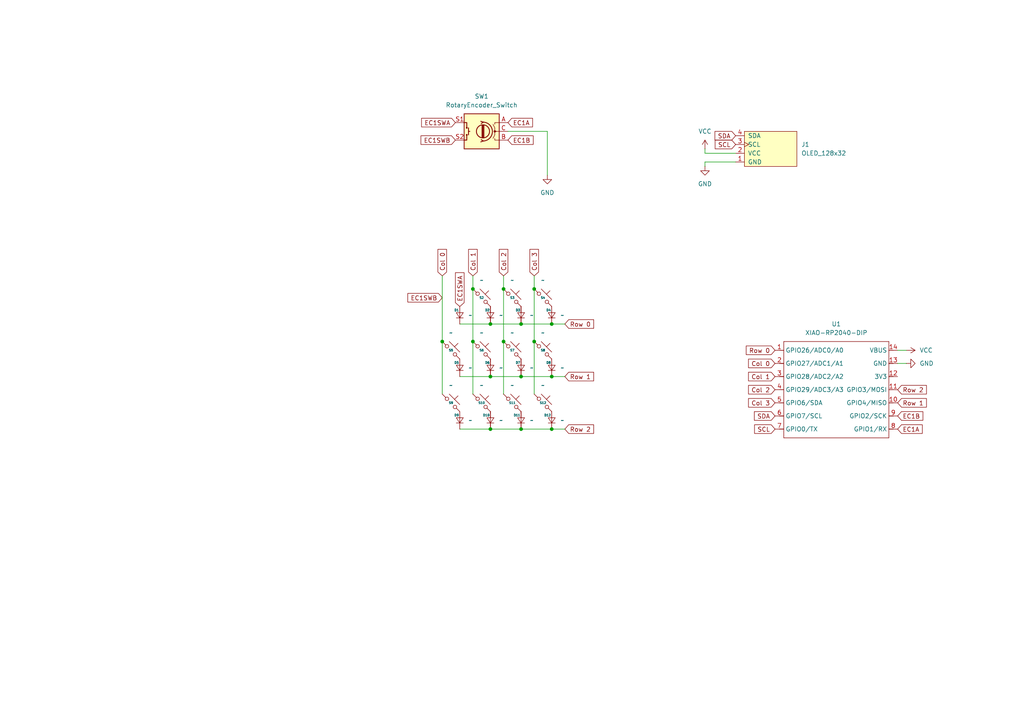
<source format=kicad_sch>
(kicad_sch (version 20250114) (generator "eeschema") (generator_version "9.0")
  (paper "A4")
  (lib_symbols
    (symbol "Device:RotaryEncoder_Switch" (pin_names (offset 0.254) (hide yes))
      (property "Reference" "SW" (at 0 6.604 0))
      (property "Value" "RotaryEncoder_Switch" (at 0 -6.604 0))
      (symbol "RotaryEncoder_Switch_0_1"
        (rectangle (start -5.08 5.08) (end 5.08 -5.08) (stroke (width 0.254)) (fill (type background)))
        (polyline (pts (xy -5.08 2.54) (xy -3.81 2.54) (xy -3.81 2.032)))
        (polyline (pts (xy -5.08 0) (xy -3.81 0) (xy -3.81 -1.016) (xy -3.302 -2.032)))
        (polyline (pts (xy -5.08 -2.54) (xy -3.81 -2.54) (xy -3.81 -2.032)))
        (polyline (pts (xy -4.318 0) (xy -3.81 0) (xy -3.81 1.016) (xy -3.302 2.032)))
        (circle (center -3.81 0) (radius 0.254) (fill (type outline)))
        (polyline (pts (xy -0.635 -1.778) (xy -0.635 1.778)) (stroke (width 0.254)))
        (circle (center -0.381 0) (radius 1.905) (stroke (width 0.254)))
        (polyline (pts (xy -0.381 -1.778) (xy -0.381 1.778)) (stroke (width 0.254)))
        (arc (start -0.381 -2.794) (mid -3.0988 -0.0635) (end -0.381 2.667) (stroke (width 0.254)))
        (polyline (pts (xy -0.127 1.778) (xy -0.127 -1.778)) (stroke (width 0.254)))
        (polyline (pts (xy 0.254 2.921) (xy -0.508 2.667) (xy 0.127 2.286)) (stroke (width 0.254)))
        (polyline (pts (xy 0.254 -3.048) (xy -0.508 -2.794) (xy 0.127 -2.413)) (stroke (width 0.254)))
        (polyline (pts (xy 3.81 1.016) (xy 3.81 -1.016)) (stroke (width 0.254)))
        (polyline (pts (xy 3.81 0) (xy 3.429 0)) (stroke (width 0.254)))
        (circle (center 4.318 1.016) (radius 0.127) (stroke (width 0.254)))
        (circle (center 4.318 -1.016) (radius 0.127) (stroke (width 0.254)))
        (polyline (pts (xy 5.08 2.54) (xy 4.318 2.54) (xy 4.318 1.016)) (stroke (width 0.254)))
        (polyline (pts (xy 5.08 -2.54) (xy 4.318 -2.54) (xy 4.318 -1.016)) (stroke (width 0.254)))
      )
      (symbol "RotaryEncoder_Switch_1_1"
        (pin passive line (at -7.62 2.54 0) (length 2.54) (name "A") (number "A"))
        (pin passive line (at -7.62 0 0) (length 2.54) (name "C") (number "C"))
        (pin passive line (at -7.62 -2.54 0) (length 2.54) (name "B") (number "B"))
        (pin passive line (at 7.62 2.54 180) (length 2.54) (name "S1") (number "S1"))
        (pin passive line (at 7.62 -2.54 180) (length 2.54) (name "S2") (number "S2"))
      )
    )
    (symbol "ScottoKeebs:OLED_128x32" (pin_names (offset 1.016))
      (property "Reference" "J" (at 0 -6.35 0))
      (property "Value" "OLED_128x32" (at 0 6.35 0))
      (symbol "OLED_128x32_0_1"
        (rectangle (start 0 5.08) (end 15.24 -5.08) (fill (type background)))
      )
      (symbol "OLED_128x32_1_1"
        (pin bidirectional line (at -2.54 3.81 0) (length 2.54) (name "SDA") (number "4"))
        (pin input clock (at -2.54 1.27 0) (length 2.54) (name "SCL") (number "3"))
        (pin power_in line (at -2.54 -1.27 0) (length 2.54) (name "VCC") (number "2"))
        (pin power_in line (at -2.54 -3.81 0) (length 2.54) (name "GND") (number "1"))
      )
    )
    (symbol "ScottoKeebs:Placeholder_Diode" (pin_numbers (hide yes)) (pin_names (hide yes))
      (property "Reference" "D" (at -0.15 1.066 0))
      (symbol "Placeholder_Diode_0_1"
        (polyline (pts (xy 0 -0.762) (xy 0 0.762)))
      )
      (symbol "Placeholder_Diode_1_1"
        (polyline (pts (xy 1.016 0.762) (xy 0 -0.762) (xy -1.016 0.762) (xy 1.016 0.762)) (stroke (width 0.1524)))
        (polyline (pts (xy 1.016 -0.762) (xy -1.016 -0.762)) (stroke (width 0.1524)))
        (pin passive line (at 0 2.54 270) (length 1.778) (name "A") (number "2"))
        (pin passive line (at 0 -2.54 90) (length 1.778) (name "K") (number "1"))
      )
    )
    (symbol "ScottoKeebs:Placeholder_Keyswitch" (pin_numbers (hide yes)) (pin_names (offset 1.016) (hide yes))
      (property "Reference" "S" (at 0 0 0))
      (symbol "Placeholder_Keyswitch_0_1"
        (polyline (pts (xy -2.54 2.54) (xy -1.524 1.524) (xy -1.524 1.524)))
        (circle (center -1.1684 1.1684) (radius 0.508))
        (polyline (pts (xy -0.508 2.54) (xy 2.54 -0.508)))
        (polyline (pts (xy 1.016 1.016) (xy 2.032 2.032)))
        (circle (center 1.143 -1.1938) (radius 0.508))
        (polyline (pts (xy 1.524 -1.524) (xy 2.54 -2.54) (xy 2.54 -2.54) (xy 2.54 -2.54)))
        (pin passive line (at -2.54 2.54 0) (length 0) (name "1") (number "1"))
        (pin passive line (at 2.54 -2.54 180) (length 0) (name "2") (number "2"))
      )
    )
    (symbol "Seeed_Studio_XIAO_Series:XIAO-RP2040-DIP"
      (property "Reference" "U" (at 0 0 0))
      (property "Value" "XIAO-RP2040-DIP" (at 5.334 -1.778 0))
      (symbol "XIAO-RP2040-DIP_1_0"
        (polyline (pts (xy -1.27 -2.54) (xy 29.21 -2.54)) (stroke (width 0.1524)))
        (polyline (pts (xy -1.27 -5.08) (xy -2.54 -5.08)) (stroke (width 0.1524)))
        (polyline (pts (xy -1.27 -5.08) (xy -1.27 -2.54)) (stroke (width 0.1524)))
        (polyline (pts (xy -1.27 -8.89) (xy -2.54 -8.89)) (stroke (width 0.1524)))
        (polyline (pts (xy -1.27 -8.89) (xy -1.27 -5.08)) (stroke (width 0.1524)))
        (polyline (pts (xy -1.27 -12.7) (xy -2.54 -12.7)) (stroke (width 0.1524)))
        (polyline (pts (xy -1.27 -12.7) (xy -1.27 -8.89)) (stroke (width 0.1524)))
        (polyline (pts (xy -1.27 -16.51) (xy -2.54 -16.51)) (stroke (width 0.1524)))
        (polyline (pts (xy -1.27 -16.51) (xy -1.27 -12.7)) (stroke (width 0.1524)))
        (polyline (pts (xy -1.27 -20.32) (xy -2.54 -20.32)) (stroke (width 0.1524)))
        (polyline (pts (xy -1.27 -24.13) (xy -2.54 -24.13)) (stroke (width 0.1524)))
        (polyline (pts (xy -1.27 -27.94) (xy -2.54 -27.94)) (stroke (width 0.1524)))
        (polyline (pts (xy -1.27 -30.48) (xy -1.27 -16.51)) (stroke (width 0.1524)))
        (polyline (pts (xy 29.21 -2.54) (xy 29.21 -5.08)) (stroke (width 0.1524)))
        (polyline (pts (xy 29.21 -5.08) (xy 29.21 -8.89)) (stroke (width 0.1524)))
        (polyline (pts (xy 29.21 -8.89) (xy 29.21 -12.7)) (stroke (width 0.1524)))
        (polyline (pts (xy 29.21 -12.7) (xy 29.21 -30.48)) (stroke (width 0.1524)))
        (polyline (pts (xy 29.21 -30.48) (xy -1.27 -30.48)) (stroke (width 0.1524)))
        (polyline (pts (xy 30.48 -5.08) (xy 29.21 -5.08)) (stroke (width 0.1524)))
        (polyline (pts (xy 30.48 -8.89) (xy 29.21 -8.89)) (stroke (width 0.1524)))
        (polyline (pts (xy 30.48 -12.7) (xy 29.21 -12.7)) (stroke (width 0.1524)))
        (polyline (pts (xy 30.48 -16.51) (xy 29.21 -16.51)) (stroke (width 0.1524)))
        (polyline (pts (xy 30.48 -20.32) (xy 29.21 -20.32)) (stroke (width 0.1524)))
        (polyline (pts (xy 30.48 -24.13) (xy 29.21 -24.13)) (stroke (width 0.1524)))
        (polyline (pts (xy 30.48 -27.94) (xy 29.21 -27.94)) (stroke (width 0.1524)))
        (pin passive line (at -3.81 -5.08 0) (length 2.54) (name "GPIO26/ADC0/A0") (number "1"))
        (pin passive line (at -3.81 -8.89 0) (length 2.54) (name "GPIO27/ADC1/A1") (number "2"))
        (pin passive line (at -3.81 -12.7 0) (length 2.54) (name "GPIO28/ADC2/A2") (number "3"))
        (pin passive line (at -3.81 -16.51 0) (length 2.54) (name "GPIO29/ADC3/A3") (number "4"))
        (pin passive line (at -3.81 -20.32 0) (length 2.54) (name "GPIO6/SDA") (number "5"))
        (pin passive line (at -3.81 -24.13 0) (length 2.54) (name "GPIO7/SCL") (number "6"))
        (pin passive line (at -3.81 -27.94 0) (length 2.54) (name "GPIO0/TX") (number "7"))
        (pin passive line (at 31.75 -5.08 180) (length 2.54) (name "VBUS") (number "14"))
        (pin passive line (at 31.75 -8.89 180) (length 2.54) (name "GND") (number "13"))
        (pin passive line (at 31.75 -12.7 180) (length 2.54) (name "3V3") (number "12"))
        (pin passive line (at 31.75 -16.51 180) (length 2.54) (name "GPIO3/MOSI") (number "11"))
        (pin passive line (at 31.75 -20.32 180) (length 2.54) (name "GPIO4/MISO") (number "10"))
        (pin passive line (at 31.75 -24.13 180) (length 2.54) (name "GPIO2/SCK") (number "9"))
        (pin passive line (at 31.75 -27.94 180) (length 2.54) (name "GPIO1/RX") (number "8"))
      )
    )
    (symbol "power:GND" (power) (pin_numbers (hide yes)) (pin_names (offset 0) (hide yes))
      (property "Value" "GND" (at 0 -3.81 0))
      (symbol "GND_0_1"
        (polyline (pts (xy 0 0) (xy 0 -1.27) (xy 1.27 -1.27) (xy 0 -2.54) (xy -1.27 -1.27) (xy 0 -1.27)))
      )
      (symbol "GND_1_1"
        (pin power_in line (at 0 0 270) (length 0) (name "~") (number "1"))
      )
    )
    (symbol "power:VCC" (power) (pin_numbers (hide yes)) (pin_names (offset 0) (hide yes))
      (property "Value" "VCC" (at 0 3.556 0))
      (symbol "VCC_0_1"
        (polyline (pts (xy -0.762 1.27) (xy 0 2.54)))
        (polyline (pts (xy 0 2.54) (xy 0.762 1.27)))
        (polyline (pts (xy 0 0) (xy 0 2.54)))
      )
      (symbol "VCC_1_1"
        (pin power_in line (at 0 0 90) (length 0) (name "~") (number "1"))
      )
    )
  )
  (junction (at 154.94 83.82))
  (junction (at 151.13 93.98))
  (junction (at 160.02 93.98))
  (junction (at 137.16 99.06))
  (junction (at 151.13 109.22))
  (junction (at 128.27 99.06))
  (junction (at 160.02 109.22))
  (junction (at 137.16 83.82))
  (junction (at 146.05 99.06))
  (junction (at 146.05 83.82))
  (junction (at 151.13 124.46))
  (junction (at 160.02 124.46))
  (junction (at 142.24 93.98))
  (junction (at 154.94 99.06))
  (junction (at 142.24 124.46))
  (junction (at 142.24 109.22))
  (wire (pts (xy 142.24 109.22) (xy 151.13 109.22)))
  (wire (pts (xy 154.94 99.06) (xy 154.94 114.3)))
  (wire (pts (xy 142.24 93.98) (xy 151.13 93.98)))
  (wire (pts (xy 146.05 99.06) (xy 146.05 114.3)))
  (wire (pts (xy 154.94 80.01) (xy 154.94 83.82)))
  (wire (pts (xy 133.35 109.22) (xy 142.24 109.22)))
  (wire (pts (xy 151.13 124.46) (xy 160.02 124.46)))
  (wire (pts (xy 128.27 80.01) (xy 128.27 99.06)))
  (wire (pts (xy 137.16 83.82) (xy 137.16 99.06)))
  (wire (pts (xy 260.35 101.6) (xy 262.89 101.6)))
  (wire (pts (xy 154.94 83.82) (xy 154.94 99.06)))
  (wire (pts (xy 146.05 80.01) (xy 146.05 83.82)))
  (wire (pts (xy 133.35 124.46) (xy 142.24 124.46)))
  (wire (pts (xy 163.83 109.22) (xy 160.02 109.22)))
  (wire (pts (xy 163.83 124.46) (xy 160.02 124.46)))
  (wire (pts (xy 260.35 105.41) (xy 262.89 105.41)))
  (wire (pts (xy 133.35 93.98) (xy 142.24 93.98)))
  (wire (pts (xy 137.16 99.06) (xy 137.16 114.3)))
  (wire (pts (xy 204.47 44.45) (xy 204.47 43.18)))
  (wire (pts (xy 147.32 38.1) (xy 158.75 38.1)))
  (wire (pts (xy 128.27 99.06) (xy 128.27 114.3)))
  (wire (pts (xy 142.24 124.46) (xy 151.13 124.46)))
  (wire (pts (xy 213.36 44.45) (xy 204.47 44.45)))
  (wire (pts (xy 158.75 38.1) (xy 158.75 50.8)))
  (wire (pts (xy 163.83 93.98) (xy 160.02 93.98)))
  (wire (pts (xy 151.13 93.98) (xy 160.02 93.98)))
  (wire (pts (xy 204.47 46.99) (xy 204.47 48.26)))
  (wire (pts (xy 146.05 83.82) (xy 146.05 99.06)))
  (wire (pts (xy 213.36 46.99) (xy 204.47 46.99)))
  (wire (pts (xy 137.16 80.01) (xy 137.16 83.82)))
  (wire (pts (xy 151.13 109.22) (xy 160.02 109.22)))
  (global_label "EC1B" (shape input) (at 147.32 40.64 0) (property "Intersheetrefs" "${INTERSHEET_REFS}" (effects (hide yes))))
  (global_label "SDA" (shape input) (at 224.79 120.65 180) (property "Intersheetrefs" "${INTERSHEET_REFS}" (effects (hide yes))))
  (global_label "Col 3" (shape input) (at 154.94 80.01 90) (property "Intersheetrefs" "${INTERSHEET_REFS}" (effects (hide yes))))
  (global_label "Row 2" (shape input) (at 260.35 113.03 0) (property "Intersheetrefs" "${INTERSHEET_REFS}" (effects (hide yes))))
  (global_label "Col 2" (shape input) (at 146.05 80.01 90) (property "Intersheetrefs" "${INTERSHEET_REFS}" (effects (hide yes))))
  (global_label "EC1A" (shape input) (at 260.35 124.46 0) (property "Intersheetrefs" "${INTERSHEET_REFS}" (effects (hide yes))))
  (global_label "EC1SWA" (shape input) (at 133.35 88.9 90) (property "Intersheetrefs" "${INTERSHEET_REFS}" (effects (hide yes))))
  (global_label "EC1SWB" (shape input) (at 132.08 40.64 180) (property "Intersheetrefs" "${INTERSHEET_REFS}" (effects (hide yes))))
  (global_label "EC1SWB" (shape input) (at 128.27 86.36 180) (property "Intersheetrefs" "${INTERSHEET_REFS}" (effects (hide yes))))
  (global_label "Col 1" (shape input) (at 137.16 80.01 90) (property "Intersheetrefs" "${INTERSHEET_REFS}" (effects (hide yes))))
  (global_label "EC1B" (shape input) (at 260.35 120.65 0) (property "Intersheetrefs" "${INTERSHEET_REFS}" (effects (hide yes))))
  (global_label "Row 2" (shape input) (at 163.83 124.46 0) (property "Intersheetrefs" "${INTERSHEET_REFS}" (effects (hide yes))))
  (global_label "Row 1" (shape input) (at 260.35 116.84 0) (property "Intersheetrefs" "${INTERSHEET_REFS}" (effects (hide yes))))
  (global_label "SCL" (shape input) (at 213.36 41.91 180) (property "Intersheetrefs" "${INTERSHEET_REFS}" (effects (hide yes))))
  (global_label "EC1A" (shape input) (at 147.32 35.56 0) (property "Intersheetrefs" "${INTERSHEET_REFS}" (effects (hide yes))))
  (global_label "Col 3" (shape input) (at 224.79 116.84 180) (property "Intersheetrefs" "${INTERSHEET_REFS}" (effects (hide yes))))
  (global_label "SDA" (shape input) (at 213.36 39.37 180) (property "Intersheetrefs" "${INTERSHEET_REFS}" (effects (hide yes))))
  (global_label "Col 2" (shape input) (at 224.79 113.03 180) (property "Intersheetrefs" "${INTERSHEET_REFS}" (effects (hide yes))))
  (global_label "Col 0" (shape input) (at 128.27 80.01 90) (property "Intersheetrefs" "${INTERSHEET_REFS}" (effects (hide yes))))
  (global_label "Col 1" (shape input) (at 224.79 109.22 180) (property "Intersheetrefs" "${INTERSHEET_REFS}" (effects (hide yes))))
  (global_label "Row 0" (shape input) (at 163.83 93.98 0) (property "Intersheetrefs" "${INTERSHEET_REFS}" (effects (hide yes))))
  (global_label "SCL" (shape input) (at 224.79 124.46 180) (property "Intersheetrefs" "${INTERSHEET_REFS}" (effects (hide yes))))
  (global_label "Row 1" (shape input) (at 163.83 109.22 0) (property "Intersheetrefs" "${INTERSHEET_REFS}" (effects (hide yes))))
  (global_label "EC1SWA" (shape input) (at 132.08 35.56 180) (property "Intersheetrefs" "${INTERSHEET_REFS}" (effects (hide yes))))
  (global_label "Row 0" (shape input) (at 224.79 101.6 180) (property "Intersheetrefs" "${INTERSHEET_REFS}" (effects (hide yes))))
  (global_label "Col 0" (shape input) (at 224.79 105.41 180) (property "Intersheetrefs" "${INTERSHEET_REFS}" (effects (hide yes))))
  (symbol (lib_id "ScottoKeebs:Placeholder_Diode") (at 142.24 106.68 0) (unit 1)
    (property "Reference" "D6" (at 142.09 105.614 0) (effects (font (size 0.635 0.635) (thickness 0.127) (bold yes)) (justify right bottom)))
    (property "Value" "~" (at 144.78 106.6799 0) (effects (justify left)))
    (property "Footprint" "ScottoKeebs_Components:Diode_DO-35" (effects (hide yes)))
  )
  (symbol (lib_id "ScottoKeebs:Placeholder_Diode") (at 133.35 91.44 0) (unit 1)
    (property "Reference" "D1" (at 133.2 90.374 0) (effects (font (size 0.635 0.635) (thickness 0.127) (bold yes)) (justify right bottom)))
    (property "Value" "~" (at 135.89 91.4399 0) (effects (justify left)))
    (property "Footprint" "ScottoKeebs_Components:Diode_DO-35" (effects (hide yes)))
  )
  (symbol (lib_id "power:GND") (at 204.47 48.26 0) (unit 1)
    (property "Reference" "#PWR02" (effects (hide yes)))
    (property "Value" "GND" (at 204.47 53.34 0))
    (property "Description" "Power symbol creates a global label with name \"GND\" , ground" (effects (hide yes)))
  )
  (symbol (lib_id "ScottoKeebs:Placeholder_Keyswitch") (at 148.59 101.6 0) (unit 1)
    (property "Reference" "S7" (at 148.59 101.6 0) (effects (font (size 0.635 0.635) (thickness 0.127) (bold yes))))
    (property "Value" "~" (at 148.59 96.52 0))
    (property "Footprint" "PCM_Switch_Keyboard_Cherry_MX:SW_Cherry_MX_PCB_1.00u" (effects (hide yes)))
  )
  (symbol (lib_id "ScottoKeebs:Placeholder_Diode") (at 133.35 121.92 0) (unit 1)
    (property "Reference" "D9" (at 133.2 120.854 0) (effects (font (size 0.635 0.635) (thickness 0.127) (bold yes)) (justify right bottom)))
    (property "Value" "~" (at 135.89 121.9199 0) (effects (justify left)))
    (property "Footprint" "ScottoKeebs_Components:Diode_DO-35" (effects (hide yes)))
  )
  (symbol (lib_id "ScottoKeebs:Placeholder_Keyswitch") (at 139.7 101.6 0) (unit 1)
    (property "Reference" "S6" (at 139.7 101.6 0) (effects (font (size 0.635 0.635) (thickness 0.127) (bold yes))))
    (property "Value" "~" (at 139.7 96.52 0))
    (property "Footprint" "PCM_Switch_Keyboard_Cherry_MX:SW_Cherry_MX_PCB_1.00u" (effects (hide yes)))
  )
  (symbol (lib_id "ScottoKeebs:Placeholder_Diode") (at 151.13 106.68 0) (unit 1)
    (property "Reference" "D7" (at 150.98 105.614 0) (effects (font (size 0.635 0.635) (thickness 0.127) (bold yes)) (justify right bottom)))
    (property "Value" "~" (at 153.67 106.6799 0) (effects (justify left)))
    (property "Footprint" "ScottoKeebs_Components:Diode_DO-35" (effects (hide yes)))
  )
  (symbol (lib_id "ScottoKeebs:Placeholder_Diode") (at 160.02 91.44 0) (unit 1)
    (property "Reference" "D4" (at 159.87 90.374 0) (effects (font (size 0.635 0.635) (thickness 0.127) (bold yes)) (justify right bottom)))
    (property "Value" "~" (at 162.56 91.4399 0) (effects (justify left)))
    (property "Footprint" "ScottoKeebs_Components:Diode_DO-35" (effects (hide yes)))
  )
  (symbol (lib_id "Seeed_Studio_XIAO_Series:XIAO-RP2040-DIP") (at 228.6 96.52 0) (unit 1)
    (property "Reference" "U1" (at 242.57 93.98 0))
    (property "Value" "XIAO-RP2040-DIP" (at 242.57 96.52 0))
    (property "Footprint" "ScottoKeebs_MCU:Seeed_XIAO_RP2040" (effects (hide yes)))
  )
  (symbol (lib_id "ScottoKeebs:Placeholder_Diode") (at 142.24 121.92 0) (unit 1)
    (property "Reference" "D10" (at 142.09 120.854 0) (effects (font (size 0.635 0.635) (thickness 0.127) (bold yes)) (justify right bottom)))
    (property "Value" "~" (at 144.78 121.9199 0) (effects (justify left)))
    (property "Footprint" "ScottoKeebs_Components:Diode_DO-35" (effects (hide yes)))
  )
  (symbol (lib_id "Device:RotaryEncoder_Switch") (at 139.7 38.1 0) (mirror y) (unit 1)
    (property "Reference" "SW1" (at 139.7 27.94 0))
    (property "Value" "RotaryEncoder_Switch" (at 139.7 30.48 0))
    (property "Footprint" "Rotary_Encoder:RotaryEncoder_Alps_EC11E-Switch_Vertical_H20mm" (effects (hide yes)))
    (property "Description" "Rotary encoder, dual channel, incremental quadrate outputs, with switch" (effects (hide yes)))
  )
  (symbol (lib_id "ScottoKeebs:Placeholder_Keyswitch") (at 139.7 116.84 0) (unit 1)
    (property "Reference" "S10" (at 139.7 116.84 0) (effects (font (size 0.635 0.635) (thickness 0.127) (bold yes))))
    (property "Value" "~" (at 139.7 111.76 0))
    (property "Footprint" "PCM_Switch_Keyboard_Cherry_MX:SW_Cherry_MX_PCB_1.00u" (effects (hide yes)))
  )
  (symbol (lib_id "ScottoKeebs:Placeholder_Diode") (at 160.02 121.92 0) (unit 1)
    (property "Reference" "D12" (at 159.87 120.854 0) (effects (font (size 0.635 0.635) (thickness 0.127) (bold yes)) (justify right bottom)))
    (property "Value" "~" (at 162.56 121.9199 0) (effects (justify left)))
    (property "Footprint" "ScottoKeebs_Components:Diode_DO-35" (effects (hide yes)))
  )
  (symbol (lib_id "ScottoKeebs:Placeholder_Keyswitch") (at 148.59 86.36 0) (unit 1)
    (property "Reference" "S3" (at 148.59 86.36 0) (effects (font (size 0.635 0.635) (thickness 0.127) (bold yes))))
    (property "Value" "~" (at 148.59 81.28 0))
    (property "Footprint" "PCM_Switch_Keyboard_Cherry_MX:SW_Cherry_MX_PCB_1.00u" (effects (hide yes)))
  )
  (symbol (lib_id "ScottoKeebs:Placeholder_Diode") (at 142.24 91.44 0) (unit 1)
    (property "Reference" "D2" (at 142.09 90.374 0) (effects (font (size 0.635 0.635) (thickness 0.127) (bold yes)) (justify right bottom)))
    (property "Value" "~" (at 144.78 91.4399 0) (effects (justify left)))
    (property "Footprint" "ScottoKeebs_Components:Diode_DO-35" (effects (hide yes)))
  )
  (symbol (lib_id "power:VCC") (at 262.89 101.6 270) (unit 1)
    (property "Reference" "#PWR04" (effects (hide yes)))
    (property "Value" "VCC" (at 266.7 101.5999 90) (effects (justify left)))
    (property "Description" "Power symbol creates a global label with name \"VCC\"" (effects (hide yes)))
  )
  (symbol (lib_id "ScottoKeebs:Placeholder_Keyswitch") (at 130.81 116.84 0) (unit 1)
    (property "Reference" "S9" (at 130.81 116.84 0) (effects (font (size 0.635 0.635) (thickness 0.127) (bold yes))))
    (property "Value" "~" (at 130.81 111.76 0))
    (property "Footprint" "PCM_Switch_Keyboard_Cherry_MX:SW_Cherry_MX_PCB_1.00u" (effects (hide yes)))
  )
  (symbol (lib_id "ScottoKeebs:Placeholder_Diode") (at 133.35 106.68 0) (unit 1)
    (property "Reference" "D5" (at 133.2 105.614 0) (effects (font (size 0.635 0.635) (thickness 0.127) (bold yes)) (justify right bottom)))
    (property "Value" "~" (at 135.89 106.6799 0) (effects (justify left)))
    (property "Footprint" "ScottoKeebs_Components:Diode_DO-35" (effects (hide yes)))
  )
  (symbol (lib_id "ScottoKeebs:Placeholder_Keyswitch") (at 148.59 116.84 0) (unit 1)
    (property "Reference" "S11" (at 148.59 116.84 0) (effects (font (size 0.635 0.635) (thickness 0.127) (bold yes))))
    (property "Value" "~" (at 148.59 111.76 0))
    (property "Footprint" "PCM_Switch_Keyboard_Cherry_MX:SW_Cherry_MX_PCB_1.00u" (effects (hide yes)))
  )
  (symbol (lib_id "power:GND") (at 262.89 105.41 90) (unit 1)
    (property "Reference" "#PWR05" (effects (hide yes)))
    (property "Value" "GND" (at 266.7 105.4099 90) (effects (justify right)))
    (property "Description" "Power symbol creates a global label with name \"GND\" , ground" (effects (hide yes)))
  )
  (symbol (lib_id "ScottoKeebs:Placeholder_Diode") (at 151.13 121.92 0) (unit 1)
    (property "Reference" "D11" (at 150.98 120.854 0) (effects (font (size 0.635 0.635) (thickness 0.127) (bold yes)) (justify right bottom)))
    (property "Value" "~" (at 153.67 121.9199 0) (effects (justify left)))
    (property "Footprint" "ScottoKeebs_Components:Diode_DO-35" (effects (hide yes)))
  )
  (symbol (lib_id "ScottoKeebs:Placeholder_Diode") (at 160.02 106.68 0) (unit 1)
    (property "Reference" "D8" (at 159.87 105.614 0) (effects (font (size 0.635 0.635) (thickness 0.127) (bold yes)) (justify right bottom)))
    (property "Value" "~" (at 162.56 106.6799 0) (effects (justify left)))
    (property "Footprint" "ScottoKeebs_Components:Diode_DO-35" (effects (hide yes)))
  )
  (symbol (lib_id "ScottoKeebs:Placeholder_Keyswitch") (at 157.48 101.6 0) (unit 1)
    (property "Reference" "S8" (at 157.48 101.6 0) (effects (font (size 0.635 0.635) (thickness 0.127) (bold yes))))
    (property "Value" "~" (at 157.48 96.52 0))
    (property "Footprint" "PCM_Switch_Keyboard_Cherry_MX:SW_Cherry_MX_PCB_1.00u" (effects (hide yes)))
  )
  (symbol (lib_id "ScottoKeebs:OLED_128x32") (at 215.9 43.18 0) (unit 1)
    (property "Reference" "J1" (at 232.41 41.9099 0) (effects (justify left)))
    (property "Value" "OLED_128x32" (at 232.41 44.4499 0) (effects (justify left)))
    (property "Footprint" "ScottoKeebs_Components:OLED_128x32" (effects (hide yes)))
  )
  (symbol (lib_id "power:VCC") (at 204.47 43.18 0) (unit 1)
    (property "Reference" "#PWR01" (effects (hide yes)))
    (property "Value" "VCC" (at 204.47 38.1 0))
    (property "Description" "Power symbol creates a global label with name \"VCC\"" (effects (hide yes)))
  )
  (symbol (lib_id "ScottoKeebs:Placeholder_Diode") (at 151.13 91.44 0) (unit 1)
    (property "Reference" "D3" (at 150.98 90.374 0) (effects (font (size 0.635 0.635) (thickness 0.127) (bold yes)) (justify right bottom)))
    (property "Value" "~" (at 153.67 91.4399 0) (effects (justify left)))
    (property "Footprint" "ScottoKeebs_Components:Diode_DO-35" (effects (hide yes)))
  )
  (symbol (lib_id "ScottoKeebs:Placeholder_Keyswitch") (at 157.48 116.84 0) (unit 1)
    (property "Reference" "S12" (at 157.48 116.84 0) (effects (font (size 0.635 0.635) (thickness 0.127) (bold yes))))
    (property "Value" "~" (at 157.48 111.76 0))
    (property "Footprint" "PCM_Switch_Keyboard_Cherry_MX:SW_Cherry_MX_PCB_1.00u" (effects (hide yes)))
  )
  (symbol (lib_id "ScottoKeebs:Placeholder_Keyswitch") (at 139.7 86.36 0) (unit 1)
    (property "Reference" "S2" (at 139.7 86.36 0) (effects (font (size 0.635 0.635) (thickness 0.127) (bold yes))))
    (property "Value" "~" (at 139.7 81.28 0))
    (property "Footprint" "PCM_Switch_Keyboard_Cherry_MX:SW_Cherry_MX_PCB_1.00u" (effects (hide yes)))
  )
  (symbol (lib_id "ScottoKeebs:Placeholder_Keyswitch") (at 157.48 86.36 0) (unit 1)
    (property "Reference" "S4" (at 157.48 86.36 0) (effects (font (size 0.635 0.635) (thickness 0.127) (bold yes))))
    (property "Value" "~" (at 157.48 81.28 0))
    (property "Footprint" "PCM_Switch_Keyboard_Cherry_MX:SW_Cherry_MX_PCB_1.00u" (effects (hide yes)))
  )
  (symbol (lib_id "power:GND") (at 158.75 50.8 0) (unit 1)
    (property "Reference" "#PWR03" (effects (hide yes)))
    (property "Value" "GND" (at 158.75 55.88 0))
    (property "Description" "Power symbol creates a global label with name \"GND\" , ground" (effects (hide yes)))
  )
  (symbol (lib_id "ScottoKeebs:Placeholder_Keyswitch") (at 130.81 101.6 0) (unit 1)
    (property "Reference" "S5" (at 130.81 101.6 0) (effects (font (size 0.635 0.635) (thickness 0.127) (bold yes))))
    (property "Value" "~" (at 130.81 96.52 0))
    (property "Footprint" "PCM_Switch_Keyboard_Cherry_MX:SW_Cherry_MX_PCB_1.00u" (effects (hide yes)))
  )
)
</source>
